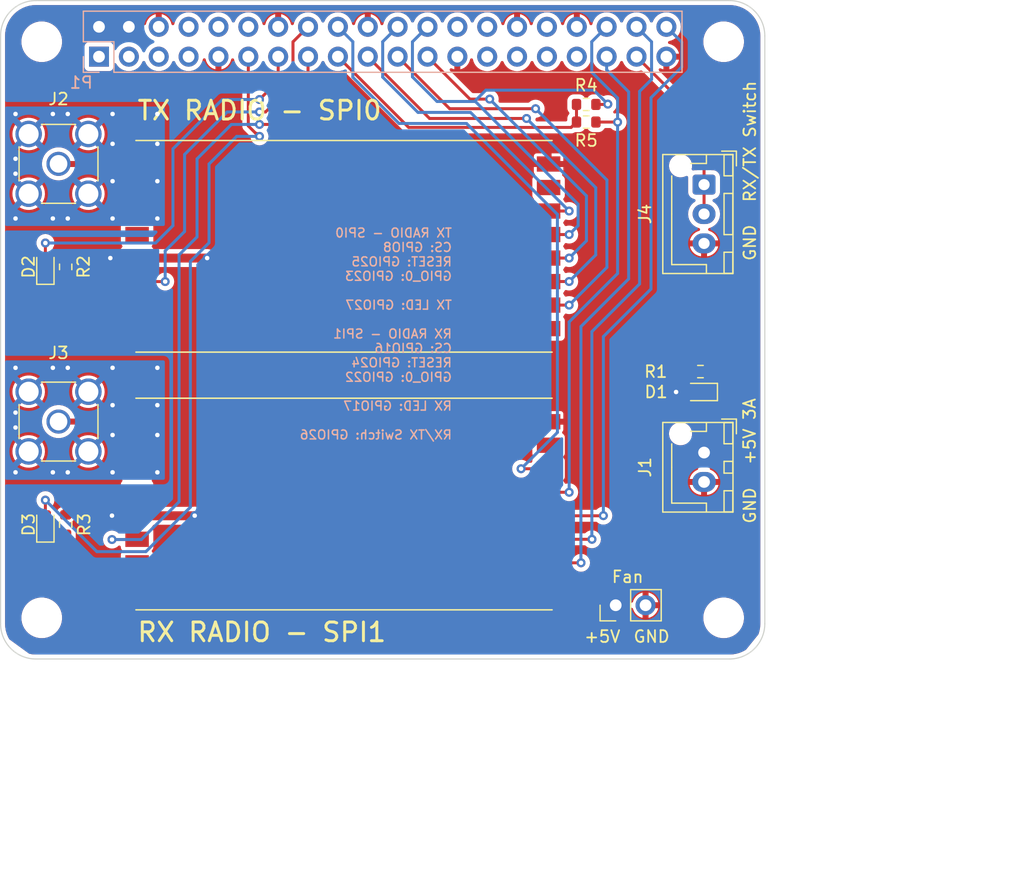
<source format=kicad_pcb>
(kicad_pcb (version 20211014) (generator pcbnew)
  (title_block (date "15 nov 2012"))
  (layers (0 "F.Cu" signal) (31 "B.Cu" signal) (34 "B.Paste" user) (35 "F.Paste" user) (36 "B.SilkS" user "B.Silkscreen") (37 "F.SilkS" user "F.Silkscreen") (38 "B.Mask" user) (39 "F.Mask" user) (44 "Edge.Cuts" user))
  (net 0 "")
  (net 1 "+5V")
  (net 2 "GND")
  (net 3 "/ID_SD")
  (net 4 "/ID_SC")
  (net 5 "/GPIO5")
  (net 6 "/GPIO6")
  (net 7 "/GPIO26")
  (net 8 "/GPIO2(SDA1)")
  (net 9 "/GPIO3(SCL1)")
  (net 10 "/GPIO4(GCLK)")
  (net 11 "/GPIO14(TXD0)")
  (net 12 "/GPIO15(RXD0)")
  (net 13 "/GPIO17(GEN0)")
  (net 14 "/GPIO27(GEN2)")
  (net 15 "/GPIO22(GEN3)")
  (net 16 "/GPIO23(GEN4)")
  (net 17 "/GPIO24(GEN5)")
  (net 18 "/GPIO25(GEN6)")
  (net 19 "/GPIO18(GEN1)(PWM0)")
  (net 20 "/GPIO10(SPI0_MOSI)")
  (net 21 "/GPIO9(SPI0_MISO)")
  (net 22 "/GPIO11(SPI0_SCK)")
  (net 23 "/GPIO8(SPI0_CE_N)")
  (net 24 "/GPIO7")
  (net 25 "/GPIO12(PWM0)")
  (net 26 "/GPIO13(PWM1)")
  (net 27 "/GPIO19(SPI1_MISO)")
  (net 28 "/GPIO16(SPI1_CE_N)")
  (net 29 "/GPIO20(SPI1_MOSI)")
  (net 30 "/GPIO21(SPI1_SCK)")
  (net 33 "+3V3")
  (net 34 "Net-(J2-Pad1)")
  (net 35 "Net-(J3-Pad1)")
  (net 47 "Net-(D1-Pad1)")
  (net 48 "Net-(D2-Pad1)")
  (net 49 "Net-(D3-Pad1)")
  (footprint "MountingHole:MountingHole_2.7mm_M2.5" (layer "F.Cu") (at 203.5 97.5 180)
    (fp_text reference "MK1")
    (fp_text value "M2.5")
    (pad "" np_thru_hole circle (at 0 0 180) (size 2.7 2.7) (drill 2.7) (layers *.Cu *.Mask))
  )
  (footprint "MountingHole:MountingHole_2.7mm_M2.5" (layer "F.Cu") (at 261.5 97.5 180)
    (fp_text reference "MK2")
    (fp_text value "M2.5")
    (pad "" np_thru_hole circle (at 0 0 180) (size 2.7 2.7) (drill 2.7) (layers *.Cu *.Mask))
  )
  (footprint "MountingHole:MountingHole_2.7mm_M2.5" (layer "F.Cu") (at 203.5 146.5)
    (fp_text reference "MK3")
    (fp_text value "M2.5")
    (pad "" np_thru_hole circle (at 0 0) (size 2.7 2.7) (drill 2.7) (layers *.Cu *.Mask))
  )
  (footprint "MountingHole:MountingHole_2.7mm_M2.5" (layer "F.Cu") (at 261.5 146.5)
    (fp_text reference "MK4")
    (fp_text value "M2.5")
    (pad "" np_thru_hole circle (at 0 0) (size 2.7 2.7) (drill 2.7) (layers *.Cu *.Mask))
  )
  (footprint "Resistor_SMD:R_0603_1608Metric" (layer "F.Cu") (at 249.809406 102.832205)
    (fp_text reference "R4" (at 0 -1.6256) (layer "F.SilkS"))
    (fp_text value "10K")
    (fp_line (start -0.237258 -0.5225) (end 0.237258 -0.5225) (layer "F.SilkS") (width 0.12))
    (fp_line (start -0.237258 0.5225) (end 0.237258 0.5225) (layer "F.SilkS") (width 0.12))
    (pad "1" smd roundrect (at -0.825 0) (size 0.8 0.95) (layers "F.Cu" "F.Paste" "F.Mask") (net 33 "+3V3"))
    (pad "2" smd roundrect (at 0.825 0) (size 0.8 0.95) (layers "F.Cu" "F.Paste" "F.Mask") (net 23 "/GPIO8(SPI0_CE_N)"))
  )
  (footprint "Resistor_SMD:R_0603_1608Metric" (layer "F.Cu") (at 249.809406 104.330805)
    (fp_text reference "R5" (at 0 1.5748) (layer "F.SilkS"))
    (fp_text value "10K")
    (fp_line (start -0.237258 -0.5225) (end 0.237258 -0.5225) (layer "F.SilkS") (width 0.12))
    (fp_line (start -0.237258 0.5225) (end 0.237258 0.5225) (layer "F.SilkS") (width 0.12))
    (pad "1" smd roundrect (at -0.825 0) (size 0.8 0.95) (layers "F.Cu" "F.Paste" "F.Mask") (net 33 "+3V3"))
    (pad "2" smd roundrect (at 0.825 0) (size 0.8 0.95) (layers "F.Cu" "F.Paste" "F.Mask") (net 28 "/GPIO16(SPI1_CE_N)"))
  )
  (footprint "Connector_Coaxial:SMA_Amphenol_132134-11_Vertical" (layer "F.Cu") (at 204.927606 107.886805)
    (fp_text reference "J2" (at 0 -5.5118) (layer "F.SilkS"))
    (fp_text value "Conn_Coaxial")
    (fp_line (start 3.355 -1.45) (end 3.355 1.45) (layer "F.SilkS") (width 0.12))
    (fp_line (start -3.355 -1.45) (end -3.355 1.45) (layer "F.SilkS") (width 0.12))
    (fp_line (start -1.45 3.355) (end 1.45 3.355) (layer "F.SilkS") (width 0.12))
    (fp_line (start -1.45 -3.355) (end 1.45 -3.355) (layer "F.SilkS") (width 0.12))
    (pad "1" thru_hole circle (at 0 0) (size 2.05 2.05) (drill 1.5) (layers *.Cu *.Mask) (net 34 "Net-(J2-Pad1)"))
    (pad "2" thru_hole circle (at 2.54 2.54) (size 2.25 2.25) (drill 1.7) (layers *.Cu *.Mask) (net 2 "GND"))
    (pad "2" thru_hole circle (at -2.54 -2.54) (size 2.25 2.25) (drill 1.7) (layers *.Cu *.Mask) (net 2 "GND"))
    (pad "2" thru_hole circle (at -2.54 2.54) (size 2.25 2.25) (drill 1.7) (layers *.Cu *.Mask) (net 2 "GND"))
    (pad "2" thru_hole circle (at 2.54 -2.54) (size 2.25 2.25) (drill 1.7) (layers *.Cu *.Mask) (net 2 "GND"))
  )
  (footprint "Connector_JST:JST_XH_B3B-XH-AM_1x03_P2.50mm_Vertical" (layer "F.Cu") (at 259.834126 109.65401 -90)
    (fp_text reference "J4" (at 2.5 5.02092 90) (layer "F.SilkS"))
    (fp_text value "Conn_01x03_Male")
    (fp_line (start -2.55 -1.7) (end -0.75 -1.7) (layer "F.SilkS") (width 0.12))
    (fp_line (start 5.75 -2.45) (end 5.75 -1.7) (layer "F.SilkS") (width 0.12))
    (fp_line (start 5.75 -1.7) (end 7.55 -1.7) (layer "F.SilkS") (width 0.12))
    (fp_line (start 4.25 -1.7) (end 4.25 -2.45) (layer "F.SilkS") (width 0.12))
    (fp_line (start -2.56 3.51) (end 7.56 3.51) (layer "F.SilkS") (width 0.12))
    (fp_line (start 7.55 -0.2) (end 6.8 -0.2) (layer "F.SilkS") (width 0.12))
    (fp_line (start -0.75 -2.45) (end -2.55 -2.45) (layer "F.SilkS") (width 0.12))
    (fp_line (start 2.5 2.75) (end -0.74 2.75) (layer "F.SilkS") (width 0.12))
    (fp_line (start 7.56 3.51) (end 7.56 -2.46) (layer "F.SilkS") (width 0.12))
    (fp_line (start 7.55 -2.45) (end 5.75 -2.45) (layer "F.SilkS") (width 0.12))
    (fp_line (start 0.75 -1.7) (end 4.25 -1.7) (layer "F.SilkS") (width 0.12))
    (fp_line (start -2.55 -0.2) (end -1.8 -0.2) (layer "F.SilkS") (width 0.12))
    (fp_line (start 0.75 -2.45) (end 0.75 -1.7) (layer "F.SilkS") (width 0.12))
    (fp_line (start -0.75 -1.7) (end -0.75 -2.45) (layer "F.SilkS") (width 0.12))
    (fp_line (start 6.8 -0.2) (end 6.8 2.75) (layer "F.SilkS") (width 0.12))
    (fp_line (start 7.56 -2.46) (end -2.56 -2.46) (layer "F.SilkS") (width 0.12))
    (fp_line (start -2.85 -2.75) (end -2.85 -1.5) (layer "F.SilkS") (width 0.12))
    (fp_line (start -2.56 -2.46) (end -2.56 3.51) (layer "F.SilkS") (width 0.12))
    (fp_line (start -1.8 -0.2) (end -1.8 1.14) (layer "F.SilkS") (width 0.12))
    (fp_line (start -2.55 -2.45) (end -2.55 -1.7) (layer "F.SilkS") (width 0.12))
    (fp_line (start -1.6 -2.75) (end -2.85 -2.75) (layer "F.SilkS") (width 0.12))
    (fp_line (start 7.55 -1.7) (end 7.55 -2.45) (layer "F.SilkS") (width 0.12))
    (fp_line (start 6.8 2.75) (end 2.5 2.75) (layer "F.SilkS") (width 0.12))
    (fp_line (start 4.25 -2.45) (end 0.75 -2.45) (layer "F.SilkS") (width 0.12))
    (pad "" np_thru_hole circle (at -1.6 2 270) (size 1.2 1.2) (drill 1.2) (layers *.Cu *.Mask))
    (pad "1" thru_hole roundrect (at 0 0 270) (size 1.7 1.95) (drill 0.95) (layers *.Cu *.Mask) (roundrect_rratio 0.147059) (net 7 "/GPIO26"))
    (pad "2" thru_hole oval (at 2.5 0 270) (size 1.7 1.95) (drill 0.95) (layers *.Cu *.Mask) (net 7 "/GPIO26"))
    (pad "3" thru_hole oval (at 5 0 270) (size 1.7 1.95) (drill 0.95) (layers *.Cu *.Mask) (net 2 "GND"))
  )
  (footprint "Resistor_SMD:R_0603_1608Metric" (layer "F.Cu") (at 205.537206 116.649805 90)
    (fp_text reference "R2" (at 0 1.524 90) (layer "F.SilkS"))
    (fp_text value "470")
    (fp_line (start -0.237258 0.5225) (end 0.237258 0.5225) (layer "F.SilkS") (width 0.12))
    (fp_line (start -0.237258 -0.5225) (end 0.237258 -0.5225) (layer "F.SilkS") (width 0.12))
    (pad "1" smd roundrect (at -0.825 0 90) (size 0.8 0.95) (layers "F.Cu" "F.Paste" "F.Mask") (net 48 "Net-(D2-Pad1)"))
    (pad "2" smd roundrect (at 0.825 0 90) (size 0.8 0.95) (layers "F.Cu" "F.Paste" "F.Mask") (net 2 "GND"))
  )
  (footprint "Resistor_SMD:R_0603_1608Metric" (layer "F.Cu") (at 205.537206 138.570005 90)
    (fp_text reference "R3" (at 0 1.5748 90) (layer "F.SilkS"))
    (fp_text value "470")
    (fp_line (start -0.237258 0.5225) (end 0.237258 0.5225) (layer "F.SilkS") (width 0.12))
    (fp_line (start -0.237258 -0.5225) (end 0.237258 -0.5225) (layer "F.SilkS") (width 0.12))
    (pad "1" smd roundrect (at -0.825 0 90) (size 0.8 0.95) (layers "F.Cu" "F.Paste" "F.Mask") (net 49 "Net-(D3-Pad1)"))
    (pad "2" smd roundrect (at 0.825 0 90) (size 0.8 0.95) (layers "F.Cu" "F.Paste" "F.Mask") (net 2 "GND"))
  )
  (footprint "Connector_JST:JST_XH_B2B-XH-AM_1x02_P2.50mm_Vertical" (layer "F.Cu") (at 259.834126 132.443195 -90)
    (fp_text reference "J1" (at 1.25001 5.02092 90) (layer "F.SilkS"))
    (fp_text value "Conn_01x02_Male")
    (fp_line (start -2.56 -2.46) (end -2.56 3.51) (layer "F.SilkS") (width 0.12))
    (fp_line (start 3.25 -1.7) (end 5.05 -1.7) (layer "F.SilkS") (width 0.12))
    (fp_line (start 4.3 -0.2) (end 4.3 2.75) (layer "F.SilkS") (width 0.12))
    (fp_line (start 5.06 3.51) (end 5.06 -2.46) (layer "F.SilkS") (width 0.12))
    (fp_line (start -2.55 -2.45) (end -2.55 -1.7) (layer "F.SilkS") (width 0.12))
    (fp_line (start 5.05 -2.45) (end 3.25 -2.45) (layer "F.SilkS") (width 0.12))
    (fp_line (start 0.75 -2.45) (end 0.75 -1.7) (layer "F.SilkS") (width 0.12))
    (fp_line (start 1.25 2.75) (end -0.74 2.75) (layer "F.SilkS") (width 0.12))
    (fp_line (start 0.75 -1.7) (end 1.75 -1.7) (layer "F.SilkS") (width 0.12))
    (fp_line (start 4.3 2.75) (end 1.25 2.75) (layer "F.SilkS") (width 0.12))
    (fp_line (start -2.85 -2.75) (end -2.85 -1.5) (layer "F.SilkS") (width 0.12))
    (fp_line (start -0.75 -1.7) (end -0.75 -2.45) (layer "F.SilkS") (width 0.12))
    (fp_line (start -2.55 -0.2) (end -1.8 -0.2) (layer "F.SilkS") (width 0.12))
    (fp_line (start -1.6 -2.75) (end -2.85 -2.75) (layer "F.SilkS") (width 0.12))
    (fp_line (start 5.05 -1.7) (end 5.05 -2.45) (layer "F.SilkS") (width 0.12))
    (fp_line (start -2.56 3.51) (end 5.06 3.51) (layer "F.SilkS") (width 0.12))
    (fp_line (start 5.05 -0.2) (end 4.3 -0.2) (layer "F.SilkS") (width 0.12))
    (fp_line (start -2.55 -1.7) (end -0.75 -1.7) (layer "F.SilkS") (width 0.12))
    (fp_line (start 3.25 -2.45) (end 3.25 -1.7) (layer "F.SilkS") (width 0.12))
    (fp_line (start -1.8 -0.2) (end -1.8 1.14) (layer "F.SilkS") (width 0.12))
    (fp_line (start 1.75 -2.45) (end 0.75 -2.45) (layer "F.SilkS") (width 0.12))
    (fp_line (start -0.75 -2.45) (end -2.55 -2.45) (layer "F.SilkS") (width 0.12))
    (fp_line (start 5.06 -2.46) (end -2.56 -2.46) (layer "F.SilkS") (width 0.12))
    (fp_line (start 1.75 -1.7) (end 1.75 -2.45) (layer "F.SilkS") (width 0.12))
    (pad "" np_thru_hole circle (at -1.6 2 270) (size 1.2 1.2) (drill 1.2) (layers *.Cu *.Mask))
    (pad "1" thru_hole roundrect (at 0 0 270) (size 1.7 2) (drill 1) (layers *.Cu *.Mask) (roundrect_rratio 0.147059) (net 1 "+5V"))
    (pad "2" thru_hole oval (at 2.5 0 270) (size 1.7 2) (drill 1) (layers *.Cu *.Mask) (net 2 "GND"))
  )
  (footprint "LED_SMD:LED_0603_1608Metric" (layer "F.Cu") (at 203.810006 116.649805 90)
    (fp_text reference "D2" (at 0 -1.43 90) (layer "F.SilkS"))
    (fp_text value "GREEN")
    (fp_line (start -1.485 -0.735) (end -1.485 0.735) (layer "F.SilkS") (width 0.12))
    (fp_line (start 0.8 -0.735) (end -1.485 -0.735) (layer "F.SilkS") (width 0.12))
    (fp_line (start -1.485 0.735) (end 0.8 0.735) (layer "F.SilkS") (width 0.12))
    (pad "1" smd roundrect (at -0.7875 0 90) (size 0.875 0.95) (layers "F.Cu" "F.Paste" "F.Mask") (net 48 "Net-(D2-Pad1)"))
    (pad "2" smd roundrect (at 0.7875 0 90) (size 0.875 0.95) (layers "F.Cu" "F.Paste" "F.Mask") (net 14 "/GPIO27(GEN2)"))
  )
  (footprint "mainboard:RFM95PW" (layer "F.Cu") (at 229.210006 137.319995 180)
    (fp_text reference "U2" hide)
    (fp_text value "RFM98PW-symbols" hide)
    (fp_text user "RX RADIO - SPI1" (at 17.69999 -11.33381) (layer "F.SilkS") (effects (font (size 1.59258 1.59258) (thickness 0.25146)) (justify left bottom)))
    (fp_line (start -17.7 9.5) (end 17.7 9.5) (layer "F.SilkS") (width 0.127))
    (fp_line (start -17.7 -8.5) (end 17.7 -8.5) (layer "F.SilkS") (width 0.127))
    (pad "1" smd rect (at 17.6 7.5 180) (size 2 1.3) (layers "F.Cu" "F.Paste" "F.Mask") (net 35 "Net-(J3-Pad1)"))
    (pad "2" smd rect (at 17.6 5.5 180) (size 2 1.3) (layers "F.Cu" "F.Paste" "F.Mask") (net 2 "GND"))
    (pad "3" smd rect (at 17.6 3.5 180) (size 2 1.3) (layers "F.Cu" "F.Paste" "F.Mask"))
    (pad "4" smd rect (at 17.6 1.5 180) (size 2 1.3) (layers "F.Cu" "F.Paste" "F.Mask"))
    (pad "5" smd rect (at 17.6 -0.5 180) (size 2 1.3) (layers "F.Cu" "F.Paste" "F.Mask") (net 1 "+5V"))
    (pad "6" smd rect (at 17.6 -2.5 180) (size 2 1.3) (layers "F.Cu" "F.Paste" "F.Mask") (net 15 "/GPIO22(GEN3)"))
    (pad "7" smd rect (at 17.6 -4.5 180) (size 2 1.3) (layers "F.Cu" "F.Paste" "F.Mask"))
    (pad "8" smd rect (at 17.6 -6.5 180) (size 2 1.3) (layers "F.Cu" "F.Paste" "F.Mask"))
    (pad "9" smd rect (at -17.4 -6.5 180) (size 2 1.3) (layers "F.Cu" "F.Paste" "F.Mask"))
    (pad "10" smd rect (at -17.4 -4.5 180) (size 2 1.3) (layers "F.Cu" "F.Paste" "F.Mask") (net 27 "/GPIO19(SPI1_MISO)"))
    (pad "11" smd rect (at -17.4 -2.5 180) (size 2 1.3) (layers "F.Cu" "F.Paste" "F.Mask") (net 29 "/GPIO20(SPI1_MOSI)"))
    (pad "12" smd rect (at -17.4 -0.5 180) (size 2 1.3) (layers "F.Cu" "F.Paste" "F.Mask") (net 30 "/GPIO21(SPI1_SCK)"))
    (pad "13" smd rect (at -17.4 1.5 180) (size 2 1.3) (layers "F.Cu" "F.Paste" "F.Mask") (net 28 "/GPIO16(SPI1_CE_N)"))
    (pad "14" smd rect (at -17.4 3.5 180) (size 2 1.3) (layers "F.Cu" "F.Paste" "F.Mask") (net 17 "/GPIO24(GEN5)"))
    (pad "15" smd rect (at -17.4 5.5 180) (size 2 1.3) (layers "F.Cu" "F.Paste" "F.Mask"))
    (pad "16" smd rect (at -17.4 7.5 180) (size 2 1.3) (layers "F.Cu" "F.Paste" "F.Mask") (net 2 "GND"))
    (pad "17" smd rect (at 3.15 -1.25 180) (size 12.5 5.7) (layers "F.Cu" "F.Mask") (net 2 "GND"))
  )
  (footprint "Resistor_SMD:R_0603_1608Metric" (layer "F.Cu") (at 259.526806 125.555205 180)
    (fp_text reference "R1" (at 3.7992 -0.01) (layer "F.SilkS"))
    (fp_text value "330")
    (fp_line (start -0.237258 0.5225) (end 0.237258 0.5225) (layer "F.SilkS") (width 0.12))
    (fp_line (start -0.237258 -0.5225) (end 0.237258 -0.5225) (layer "F.SilkS") (width 0.12))
    (pad "1" smd roundrect (at -0.825 0 180) (size 0.8 0.95) (layers "F.Cu" "F.Paste" "F.Mask") (net 47 "Net-(D1-Pad1)"))
    (pad "2" smd roundrect (at 0.825 0 180) (size 0.8 0.95) (layers "F.Cu" "F.Paste" "F.Mask") (net 2 "GND"))
  )
  (footprint "Connector_PinHeader_2.54mm:PinHeader_1x02_P2.54mm_Vertical" (layer "F.Cu") (at 252.319006 145.428005 90)
    (fp_text reference "Fan" (at 2.413 1.016 180) (layer "F.SilkS"))
    (fp_text value "Conn_01x02_Male")
    (fp_line (start -1.33 0) (end -1.33 -1.33) (layer "F.SilkS") (width 0.12))
    (fp_line (start -1.33 -1.33) (end 0 -1.33) (layer "F.SilkS") (width 0.12))
    (fp_line (start -1.33 1.27) (end -1.33 3.87) (layer "F.SilkS") (width 0.12))
    (fp_line (start 1.33 1.27) (end 1.33 3.87) (layer "F.SilkS") (width 0.12))
    (fp_line (start -1.33 1.27) (end 1.33 1.27) (layer "F.SilkS") (width 0.12))
    (fp_line (start -1.33 3.87) (end 1.33 3.87) (layer "F.SilkS") (width 0.12))
    (pad "1" thru_hole rect (at 0 0 90) (size 1.7 1.7) (drill 1) (layers *.Cu *.Mask) (net 1 "+5V"))
    (pad "2" thru_hole oval (at 0 2.54 90) (size 1.7 1.7) (drill 1) (layers *.Cu *.Mask) (net 2 "GND"))
  )
  (footprint "Connector_Coaxial:SMA_Amphenol_132134-11_Vertical" (layer "F.Cu") (at 204.927606 129.807005)
    (fp_text reference "J3" (at 0 -5.842) (layer "F.SilkS"))
    (fp_text value "Conn_Coaxial")
    (fp_line (start -1.45 3.355) (end 1.45 3.355) (layer "F.SilkS") (width 0.12))
    (fp_line (start -3.355 -1.45) (end -3.355 1.45) (layer "F.SilkS") (width 0.12))
    (fp_line (start -1.45 -3.355) (end 1.45 -3.355) (layer "F.SilkS") (width 0.12))
    (fp_line (start 3.355 -1.45) (end 3.355 1.45) (layer "F.SilkS") (width 0.12))
    (pad "1" thru_hole circle (at 0 0) (size 2.05 2.05) (drill 1.5) (layers *.Cu *.Mask) (net 35 "Net-(J3-Pad1)"))
    (pad "2" thru_hole circle (at -2.54 2.54) (size 2.25 2.25) (drill 1.7) (layers *.Cu *.Mask) (net 2 "GND"))
    (pad "2" thru_hole circle (at 2.54 -2.54) (size 2.25 2.25) (drill 1.7) (layers *.Cu *.Mask) (net 2 "GND"))
    (pad "2" thru_hole circle (at 2.54 2.54) (size 2.25 2.25) (drill 1.7) (layers *.Cu *.Mask) (net 2 "GND"))
    (pad "2" thru_hole circle (at -2.54 -2.54) (size 2.25 2.25) (drill 1.7) (layers *.Cu *.Mask) (net 2 "GND"))
  )
  (footprint "LED_SMD:LED_0603_1608Metric" (layer "F.Cu") (at 203.810006 138.570005 90)
    (fp_text reference "D3" (at 0 -1.43 90) (layer "F.SilkS"))
    (fp_text value "GREEN")
    (fp_line (start -1.485 0.735) (end 0.8 0.735) (layer "F.SilkS") (width 0.12))
    (fp_line (start 0.8 -0.735) (end -1.485 -0.735) (layer "F.SilkS") (width 0.12))
    (fp_line (start -1.485 -0.735) (end -1.485 0.735) (layer "F.SilkS") (width 0.12))
    (pad "1" smd roundrect (at -0.7875 0 90) (size 0.875 0.95) (layers "F.Cu" "F.Paste" "F.Mask") (net 49 "Net-(D3-Pad1)"))
    (pad "2" smd roundrect (at 0.7875 0 90) (size 0.875 0.95) (layers "F.Cu" "F.Paste" "F.Mask") (net 13 "/GPIO17(GEN0)"))
  )
  (footprint "mainboard:RFM95PW" (layer "F.Cu") (at 229.210006 115.399998 180)
    (fp_text reference "U1" hide)
    (fp_text value "RFM98PW-symbols" hide)
    (fp_text user "TX RADIO - SPI0" (at 17.69999 11.119993) (layer "F.SilkS") (effects (font (size 1.59258 1.59258) (thickness 0.25146)) (justify left bottom)))
    (fp_line (start -17.7 -8.5) (end 17.7 -8.5) (layer "F.SilkS") (width 0.127))
    (fp_line (start -17.7 9.5) (end 17.7 9.5) (layer "F.SilkS") (width 0.127))
    (pad "1" smd rect (at 17.6 7.5 180) (size 2 1.3) (layers "F.Cu" "F.Paste" "F.Mask") (net 34 "Net-(J2-Pad1)"))
    (pad "2" smd rect (at 17.6 5.5 180) (size 2 1.3) (layers "F.Cu" "F.Paste" "F.Mask") (net 2 "GND"))
    (pad "3" smd rect (at 17.6 3.5 180) (size 2 1.3) (layers "F.Cu" "F.Paste" "F.Mask"))
    (pad "4" smd rect (at 17.6 1.5 180) (size 2 1.3) (layers "F.Cu" "F.Paste" "F.Mask"))
    (pad "5" smd rect (at 17.6 -0.5 180) (size 2 1.3) (layers "F.Cu" "F.Paste" "F.Mask") (net 1 "+5V"))
    (pad "6" smd rect (at 17.6 -2.5 180) (size 2 1.3) (layers "F.Cu" "F.Paste" "F.Mask") (net 16 "/GPIO23(GEN4)"))
    (pad "7" smd rect (at 17.6 -4.5 180) (size 2 1.3) (layers "F.Cu" "F.Paste" "F.Mask"))
    (pad "8" smd rect (at 17.6 -6.5 180) (size 2 1.3) (layers "F.Cu" "F.Paste" "F.Mask"))
    (pad "9" smd rect (at -17.4 -6.5 180) (size 2 1.3) (layers "F.Cu" "F.Paste" "F.Mask"))
    (pad "10" smd rect (at -17.4 -4.5 180) (size 2 1.3) (layers "F.Cu" "F.Paste" "F.Mask") (net 21 "/GPIO9(SPI0_MISO)"))
    (pad "11" smd rect (at -17.4 -2.5 180) (size 2 1.3) (layers "F.Cu" "F.Paste" "F.Mask") (net 20 "/GPIO10(SPI0_MOSI)"))
    (pad "12" smd rect (at -17.4 -0.5 180) (size 2 1.3) (layers "F.Cu" "F.Paste" "F.Mask") (net 22 "/GPIO11(SPI0_SCK)"))
    (pad "13" smd rect (at -17.4 1.5 180) (size 2 1.3) (layers "F.Cu" "F.Paste" "F.Mask") (net 23 "/GPIO8(SPI0_CE_N)"))
    (pad "14" smd rect (at -17.4 3.5 180) (size 2 1.3) (layers "F.Cu" "F.Paste" "F.Mask") (net 18 "/GPIO25(GEN6)"))
    (pad "15" smd rect (at -17.4 5.5 180) (size 2 1.3) (layers "F.Cu" "F.Paste" "F.Mask"))
    (pad "16" smd rect (at -17.4 7.5 180) (size 2 1.3) (layers "F.Cu" "F.Paste" "F.Mask") (net 2 "GND"))
    (pad "17" smd rect (at 3.15 -1.25 180) (size 12.5 5.7) (layers "F.Cu" "F.Mask") (net 2 "GND"))
  )
  (footprint "LED_SMD:LED_0603_1608Metric" (layer "F.Cu") (at 259.486806 127.292405 180)
    (fp_text reference "D1" (at 3.7338 0) (layer "F.SilkS"))
    (fp_text value "RED")
    (fp_line (start -1.485 -0.735) (end -1.485 0.735) (layer "F.SilkS") (width 0.12))
    (fp_line (start -1.485 0.735) (end 0.8 0.735) (layer "F.SilkS") (width 0.12))
    (fp_line (start 0.8 -0.735) (end -1.485 -0.735) (layer "F.SilkS") (width 0.12))
    (pad "1" smd roundrect (at -0.7875 0 180) (size 0.875 0.95) (layers "F.Cu" "F.Paste" "F.Mask") (net 47 "Net-(D1-Pad1)"))
    (pad "2" smd roundrect (at 0.7875 0 180) (size 0.875 0.95) (layers "F.Cu" "F.Paste" "F.Mask") (net 1 "+5V"))
  )
  (footprint "Connector_PinSocket_2.54mm:PinSocket_2x20_P2.54mm_Vertical" (layer "B.Cu") (at 208.37 98.77 -90)
    (fp_text reference "P1" (at 2.208 1.512) (layer "B.SilkS") (effects (justify mirror)))
    (fp_text value "Conn_02x20_Odd_Even")
    (fp_line (start 1.33 1.33) (end 1.33 0) (layer "B.SilkS") (width 0.12))
    (fp_line (start -3.87 1.33) (end -1.27 1.33) (layer "B.SilkS") (width 0.12))
    (fp_line (start -3.87 -49.59) (end 1.33 -49.59) (layer "B.SilkS") (width 0.12))
    (fp_line (start 0 1.33) (end 1.33 1.33) (layer "B.SilkS") (width 0.12))
    (fp_line (start -1.27 -1.27) (end 1.33 -1.27) (layer "B.SilkS") (width 0.12))
    (fp_line (start -1.27 1.33) (end -1.27 -1.27) (layer "B.SilkS") (width 0.12))
    (fp_line (start -3.87 1.33) (end -3.87 -49.59) (layer "B.SilkS") (width 0.12))
    (fp_line (start 1.33 -1.27) (end 1.33 -49.59) (layer "B.SilkS") (width 0.12))
    (pad "1" thru_hole rect (at 0 0 270) (size 1.7 1.7) (drill 1) (layers *.Cu *.Mask))
    (pad "2" thru_hole oval (at -2.54 0 270) (size 1.7 1.7) (drill 1) (layers *.Cu *.Mask) (net 1 "+5V"))
    (pad "3" thru_hole oval (at 0 -2.54 270) (size 1.7 1.7) (drill 1) (layers *.Cu *.Mask) (net 8 "/GPIO2(SDA1)"))
    (pad "4" thru_hole oval (at -2.54 -2.54 270) (size 1.7 1.7) (drill 1) (layers *.Cu *.Mask) (net 1 "+5V"))
    (pad "5" thru_hole oval (at 0 -5.08 270) (size 1.7 1.7) (drill 1) (layers *.Cu *.Mask) (net 9 "/GPIO3(SCL1)"))
    (pad "6" thru_hole oval (at -2.54 -5.08 270) (size 1.7 1.7) (drill 1) (layers *.Cu *.Mask) (net 2 "GND"))
    (pad "7" thru_hole oval (at 0 -7.62 270) (size 1.7 1.7) (drill 1) (layers *.Cu *.Mask) (net 10 "/GPIO4(GCLK)"))
    (pad "8" thru_hole oval (at -2.54 -7.62 270) (size 1.7 1.7) (drill 1) (layers *.Cu *.Mask) (net 11 "/GPIO14(TXD0)"))
    (pad "9" thru_hole oval (at 0 -10.16 270) (size 1.7 1.7) (drill 1) (layers *.Cu *.Mask) (net 2 "GND"))
    (pad "10" thru_hole oval (at -2.54 -10.16 270) (size 1.7 1.7) (drill 1) (layers *.Cu *.Mask) (net 12 "/GPIO15(RXD0)"))
    (pad "11" thru_hole oval (at 0 -12.7 270) (size 1.7 1.7) (drill 1) (layers *.Cu *.Mask) (net 13 "/GPIO17(GEN0)"))
    (pad "12" thru_hole oval (at -2.54 -12.7 270) (size 1.7 1.7) (drill 1) (layers *.Cu *.Mask) (net 19 "/GPIO18(GEN1)(PWM0)"))
    (pad "13" thru_hole oval (at 0 -15.24 270) (size 1.7 1.7) (drill 1) (layers *.Cu *.Mask) (net 14 "/GPIO27(GEN2)"))
    (pad "14" thru_hole oval (at -2.54 -15.24 270) (size 1.7 1.7) (drill 1) (layers *.Cu *.Mask) (net 2 "GND"))
    (pad "15" thru_hole oval (at 0 -17.78 270) (size 1.7 1.7) (drill 1) (layers *.Cu *.Mask) (net 15 "/GPIO22(GEN3)"))
    (pad "16" thru_hole oval (at -2.54 -17.78 270) (size 1.7 1.7) (drill 1) (layers *.Cu *.Mask) (net 16 "/GPIO23(GEN4)"))
    (pad "17" thru_hole oval (at 0 -20.32 270) (size 1.7 1.7) (drill 1) (layers *.Cu *.Mask) (net 33 "+3V3"))
    (pad "18" thru_hole oval (at -2.54 -20.32 270) (size 1.7 1.7) (drill 1) (layers *.Cu *.Mask) (net 17 "/GPIO24(GEN5)"))
    (pad "19" thru_hole oval (at 0 -22.86 270) (size 1.7 1.7) (drill 1) (layers *.Cu *.Mask) (net 20 "/GPIO10(SPI0_MOSI)"))
    (pad "20" thru_hole oval (at -2.54 -22.86 270) (size 1.7 1.7) (drill 1) (layers *.Cu *.Mask) (net 2 "GND"))
    (pad "21" thru_hole oval (at 0 -25.4 270) (size 1.7 1.7) (drill 1) (layers *.Cu *.Mask) (net 21 "/GPIO9(SPI0_MISO)"))
    (pad "22" thru_hole oval (at -2.54 -25.4 270) (size 1.7 1.7) (drill 1) (layers *.Cu *.Mask) (net 18 "/GPIO25(GEN6)"))
    (pad "23" thru_hole oval (at 0 -27.94 270) (size 1.7 1.7) (drill 1) (layers *.Cu *.Mask) (net 22 "/GPIO11(SPI0_SCK)"))
    (pad "24" thru_hole oval (at -2.54 -27.94 270) (size 1.7 1.7) (drill 1) (layers *.Cu *.Mask) (net 23 "/GPIO8(SPI0_CE_N)"))
    (pad "25" thru_hole oval (at 0 -30.48 270) (size 1.7 1.7) (drill 1) (layers *.Cu *.Mask) (net 2 "GND"))
    (pad "26" thru_hole oval (at -2.54 -30.48 270) (size 1.7 1.7) (drill 1) (layers *.Cu *.Mask) (net 24 "/GPIO7"))
    (pad "27" thru_hole oval (at 0 -33.02 270) (size 1.7 1.7) (drill 1) (layers *.Cu *.Mask) (net 3 "/ID_SD"))
    (pad "28" thru_hole oval (at -2.54 -33.02 270) (size 1.7 1.7) (drill 1) (layers *.Cu *.Mask) (net 4 "/ID_SC"))
    (pad "29" thru_hole oval (at 0 -35.56 270) (size 1.7 1.7) (drill 1) (layers *.Cu *.Mask) (net 5 "/GPIO5"))
    (pad "30" thru_hole oval (at -2.54 -35.56 270) (size 1.7 1.7) (drill 1) (layers *.Cu *.Mask) (net 2 "GND"))
    (pad "31" thru_hole oval (at 0 -38.1 270) (size 1.7 1.7) (drill 1) (layers *.Cu *.Mask) (net 6 "/GPIO6"))
    (pad "32" thru_hole oval (at -2.54 -38.1 270) (size 1.7 1.7) (drill 1) (layers *.Cu *.Mask) (net 25 "/GPIO12(PWM0)"))
    (pad "33" thru_hole oval (at 0 -40.64 270) (size 1.7 1.7) (drill 1) (layers *.Cu *.Mask) (net 26 "/GPIO13(PWM1)"))
    (pad "34" thru_hole oval (at -2.54 -40.64 270) (size 1.7 1.7) (drill 1) (layers *.Cu *.Mask) (net 2 "GND"))
    (pad "35" thru_hole oval (at 0 -43.18 270) (size 1.7 1.7) (drill 1) (layers *.Cu *.Mask) (net 27 "/GPIO19(SPI1_MISO)"))
    (pad "36" thru_hole oval (at -2.54 -43.18 270) (size 1.7 1.7) (drill 1) (layers *.Cu *.Mask) (net 28 "/GPIO16(SPI1_CE_N)"))
    (pad "37" thru_hole oval (at 0 -45.72 270) (size 1.7 1.7) (drill 1) (layers *.Cu *.Mask) (net 7 "/GPIO26"))
    (pad "38" thru_hole oval (at -2.54 -45.72 270) (size 1.7 1.7) (drill 1) (layers *.Cu *.Mask) (net 29 "/GPIO20(SPI1_MOSI)"))
    (pad "39" thru_hole oval (at 0 -48.26 270) (size 1.7 1.7) (drill 1) (layers *.Cu *.Mask) (net 2 "GND"))
    (pad "40" thru_hole oval (at -2.54 -48.26 270) (size 1.7 1.7) (drill 1) (layers *.Cu *.Mask) (net 30 "/GPIO21(SPI1_SCK)"))
  )
  (gr_arc (start 262 94) (mid 264.12132 94.87868) (end 265 97) (layer "Edge.Cuts") (width 0.1))
  (gr_line (start 262 94) (end 203 94) (layer "Edge.Cuts") (width 0.1))
  (gr_line (start 203 150) (end 262 150) (layer "Edge.Cuts") (width 0.1))
  (gr_arc (start 200 97) (mid 200.87868 94.87868) (end 203 94) (layer "Edge.Cuts") (width 0.1))
  (gr_arc (start 203 150) (mid 200.87868 149.12132) (end 200 147) (layer "Edge.Cuts") (width 0.1))
  (gr_arc (start 265 147) (mid 264.12132 149.12132) (end 262 150) (layer "Edge.Cuts") (width 0.1))
  (gr_line (start 265 147) (end 265 97) (layer "Edge.Cuts") (width 0.1))
  (gr_line (start 200 97) (end 200 147) (layer "Edge.Cuts") (width 0.1))
  (gr_text "TX RADIO - SPI0\nCS: GPIO8\nRESET: GPIO25\nGPIO_0: GPIO23\n\nTX LED: GPIO27\n\nRX RADIO - SPI1\nCS: GPIO16\nRESET: GPIO24\nGPIO_0: GPIO22\n\nRX LED: GPIO17\n\nRX/TX Switch: GPIO26" (at 238.460006 122.350005) (layer "B.SilkS") (effects (font (size 0.762 0.762) (thickness 0.127)) (justify left mirror)))
  (gr_text "+5V\n" (at 251.181006 148.095005) (layer "F.SilkS") (effects (font (size 1 1) (thickness 0.1524))))
  (gr_text "GND" (at 263.728708 136.944405 90) (layer "F.SilkS") (effects (font (size 1 1) (thickness 0.1524))))
  (gr_text "+5V 3A" (at 263.703206 130.645205 90) (layer "F.SilkS") (effects (font (size 1 1) (thickness 0.1524))))
  (gr_text "RX/TX Switch" (at 263.728708 105.981805 90) (layer "F.SilkS") (effects (font (size 1 1) (thickness 0.1524))))
  (gr_text "GND" (at 263.728708 114.592405 90) (layer "F.SilkS") (effects (font (size 1 1) (thickness 0.1524))))
  (gr_text "GND" (at 255.372006 148.095005) (layer "F.SilkS") (effects (font (size 1 1) (thickness 0.1524))))
  (segment (start 209.486196 137.819995) (end 209.474206 137.808005) (width 0.254) (layer "F.Cu") (net 1))
  (segment (start 209.486195 137.819994) (end 216.498017 137.819994) (width 0.762) (layer "F.Cu") (net 1))
  (segment (start 217.570013 115.899998) (end 211.610006 115.899998) (width 0.762) (layer "F.Cu") (net 1))
  (segment (start 216.498017 137.819994) (end 216.510006 137.808005) (width 0.762) (layer "F.Cu") (net 1))
  (segment (start 258.699254 127.292405) (end 257.454908 127.292405) (width 0.254) (layer "F.Cu") (net 1))
  (segment (start 209.333999 115.899998) (end 211.610006 115.899998) (width 0.762) (layer "F.Cu") (net 1))
  (via (at 257.454806 127.292405) (size 0.762) (drill 0.381) (layers "F.Cu" "B.Cu") (net 1))
  (via (at 209.474206 137.808005) (size 0.762) (drill 0.381) (layers "F.Cu" "B.Cu") (net 1))
  (via (at 209.333999 115.899998) (size 0.762) (drill 0.381) (layers "F.Cu" "B.Cu") (net 1))
  (via (at 217.570013 115.899998) (size 0.762) (drill 0.381) (layers "F.Cu" "B.Cu") (net 1))
  (via (at 216.510006 137.808005) (size 0.762) (drill 0.381) (layers "F.Cu" "B.Cu") (net 1))
  (via (at 205.715006 103.645005) (size 0.762) (drill 0.381) (layers "F.Cu" "B.Cu") (net 2))
  (via (at 213.335006 112.535005) (size 0.762) (drill 0.381) (layers "F.Cu" "B.Cu") (net 2))
  (via (at 201.270006 129.045005) (size 0.762) (drill 0.381) (layers "F.Cu" "B.Cu") (net 2))
  (via (at 213.335006 109.360005) (size 0.762) (drill 0.381) (layers "F.Cu" "B.Cu") (net 2))
  (via (at 201.270006 125.235005) (size 0.762) (drill 0.381) (layers "F.Cu" "B.Cu") (net 2))
  (via (at 209.525006 112.535005) (size 0.762) (drill 0.381) (layers "F.Cu" "B.Cu") (net 2))
  (via (at 213.335006 125.235005) (size 0.762) (drill 0.381) (layers "F.Cu" "B.Cu") (net 2))
  (via (at 205.715006 125.235005) (size 0.762) (drill 0.381) (layers "F.Cu" "B.Cu") (net 2))
  (via (at 213.335006 134.125005) (size 0.762) (drill 0.381) (layers "F.Cu" "B.Cu") (net 2))
  (via (at 201.270006 112.535005) (size 0.762) (drill 0.381) (layers "F.Cu" "B.Cu") (net 2))
  (via (at 204.445006 125.235005) (size 0.762) (drill 0.381) (layers "F.Cu" "B.Cu") (net 2))
  (via (at 205.715006 112.535005) (size 0.762) (drill 0.381) (layers "F.Cu" "B.Cu") (net 2))
  (via (at 204.445006 134.125005) (size 0.762) (drill 0.381) (layers "F.Cu" "B.Cu") (net 2))
  (via (at 201.270006 103.645005) (size 0.762) (drill 0.381) (layers "F.Cu" "B.Cu") (net 2))
  (via (at 205.715006 134.125005) (size 0.762) (drill 0.381) (layers "F.Cu" "B.Cu") (net 2))
  (via (at 209.525006 125.235005) (size 0.762) (drill 0.381) (layers "F.Cu" "B.Cu") (net 2))
  (via (at 209.525006 128.410005) (size 0.762) (drill 0.381) (layers "F.Cu" "B.Cu") (net 2))
  (via (at 209.525006 109.360005) (size 0.762) (drill 0.381) (layers "F.Cu" "B.Cu") (net 2))
  (via (at 204.445006 103.645005) (size 0.762) (drill 0.381) (layers "F.Cu" "B.Cu") (net 2))
  (via (at 213.335006 103.645005) (size 0.762) (drill 0.381) (layers "F.Cu" "B.Cu") (net 2))
  (via (at 201.270006 108.725005) (size 0.762) (drill 0.381) (layers "F.Cu" "B.Cu") (net 2))
  (via (at 201.270006 107.455005) (size 0.762) (drill 0.381) (layers "F.Cu" "B.Cu") (net 2))
  (via (at 201.270006 130.315005) (size 0.762) (drill 0.381) (layers "F.Cu" "B.Cu") (net 2))
  (via (at 201.270006 134.125005) (size 0.762) (drill 0.381) (layers "F.Cu" "B.Cu") (net 2))
  (via (at 209.525006 103.645005) (size 0.762) (drill 0.381) (layers "F.Cu" "B.Cu") (net 2))
  (via (at 213.335006 128.410005) (size 0.762) (drill 0.381) (layers "F.Cu" "B.Cu") (net 2))
  (via (at 213.335006 106.185005) (size 0.762) (drill 0.381) (layers "F.Cu" "B.Cu") (net 2))
  (via (at 213.335006 130.950005) (size 0.762) (drill 0.381) (layers "F.Cu" "B.Cu") (net 2))
  (via (at 209.525006 106.185005) (size 0.762) (drill 0.381) (layers "F.Cu" "B.Cu") (net 2))
  (via (at 209.525006 134.125005) (size 0.762) (drill 0.381) (layers "F.Cu" "B.Cu") (net 2))
  (via (at 204.445006 112.535005) (size 0.762) (drill 0.381) (layers "F.Cu" "B.Cu") (net 2))
  (via (at 209.525006 130.950005) (size 0.762) (drill 0.381) (layers "F.Cu" "B.Cu") (net 2))
  (segment (start 259.834126 112.15401) (end 259.834126 109.65401) (width 0.254) (layer "F.Cu") (net 7))
  (segment (start 259.834126 104.514126) (end 254.09 98.77) (width 0.254) (layer "F.Cu") (net 7))
  (segment (start 259.834126 109.65401) (end 259.834126 104.514126) (width 0.254) (layer "F.Cu") (net 7))
  (segment (start 221.767814 105.295516) (end 221.706377 105.295516) (width 0.254) (layer "F.Cu") (net 13))
  (segment (start 203.810006 137.782505) (end 203.810006 136.487205) (width 0.254) (layer "F.Cu") (net 13))
  (segment (start 221.706377 105.295516) (end 221.07 104.659139) (width 0.254) (layer "F.Cu") (net 13))
  (segment (start 221.07 104.659139) (end 221.07 98.77) (width 0.254) (layer "F.Cu") (net 13))
  (segment (start 222.021806 105.549508) (end 221.767814 105.295516) (width 0.254) (layer "F.Cu") (net 13))
  (via (at 222.021806 105.549508) (size 0.762) (drill 0.381) (layers "F.Cu" "B.Cu") (net 13))
  (via (at 203.810006 136.487205) (size 0.762) (drill 0.381) (layers "F.Cu" "B.Cu") (net 13))
  (segment (start 220.080503 105.549508) (end 217.730006 107.900005) (width 0.254) (layer "B.Cu") (net 13))
  (segment (start 208.192806 140.870005) (end 203.810006 136.487205) (width 0.254) (layer "B.Cu") (net 13))
  (segment (start 217.730006 107.900005) (end 217.730006 114.600005) (width 0.254) (layer "B.Cu") (net 13))
  (segment (start 212.360006 140.870005) (end 208.192806 140.870005) (width 0.254) (layer "B.Cu") (net 13))
  (segment (start 222.021806 105.549508) (end 220.080503 105.549508) (width 0.254) (layer "B.Cu") (net 13))
  (segment (start 217.730006 114.600005) (end 216.140006 116.190005) (width 0.254) (layer "B.Cu") (net 13))
  (segment (start 216.140006 116.190005) (end 216.140006 137.090005) (width 0.254) (layer "B.Cu") (net 13))
  (segment (start 216.140006 137.090005) (end 212.360006 140.870005) (width 0.254) (layer "B.Cu") (net 13))
  (segment (start 222.021806 102.413662) (end 223.61 100.825468) (width 0.254) (layer "F.Cu") (net 14))
  (segment (start 203.810006 114.617805) (end 203.810006 115.862305) (width 0.254) (layer "F.Cu") (net 14))
  (segment (start 223.61 100.825468) (end 223.61 98.77) (width 0.254) (layer "F.Cu") (net 14))
  (via (at 203.810006 114.617805) (size 0.762) (drill 0.381) (layers "F.Cu" "B.Cu") (net 14))
  (via (at 222.021806 102.413662) (size 0.762) (drill 0.381) (layers "F.Cu" "B.Cu") (net 14))
  (segment (start 213.182606 114.617805) (end 203.810006 114.617805) (width 0.254) (layer "B.Cu") (net 14))
  (segment (start 222.063663 102.413662) (end 218.856349 102.413662) (width 0.254) (layer "B.Cu") (net 14))
  (segment (start 218.856349 102.413662) (end 214.660006 106.610005) (width 0.254) (layer "B.Cu") (net 14))
  (segment (start 214.660006 106.610005) (end 214.660006 113.140405) (width 0.254) (layer "B.Cu") (net 14))
  (segment (start 214.660006 113.140405) (end 213.182606 114.617805) (width 0.254) (layer "B.Cu") (net 14))
  (segment (start 226.15 101.490011) (end 223.106006 104.534005) (width 0.254) (layer "F.Cu") (net 15))
  (segment (start 226.15 98.77) (end 226.15 101.490011) (width 0.254) (layer "F.Cu") (net 15))
  (segment (start 223.106006 104.534005) (end 222.021806 104.534005) (width 0.254) (layer "F.Cu") (net 15))
  (segment (start 209.474206 139.840005) (end 211.589996 139.840005) (width 0.254) (layer "F.Cu") (net 15))
  (via (at 209.474206 139.840005) (size 0.762) (drill 0.381) (layers "F.Cu" "B.Cu") (net 15))
  (via (at 222.021806 104.534005) (size 0.762) (drill 0.381) (layers "F.Cu" "B.Cu") (net 15))
  (segment (start 216.710006 107.460005) (end 216.710006 114.100005) (width 0.254) (layer "B.Cu") (net 15))
  (segment (start 215.180006 136.630005) (end 211.970006 139.840005) (width 0.254) (layer "B.Cu") (net 15))
  (segment (start 222.021806 104.534005) (end 219.636006 104.534005) (width 0.254) (layer "B.Cu") (net 15))
  (segment (start 211.970006 139.840005) (end 209.474206 139.840005) (width 0.254) (layer "B.Cu") (net 15))
  (segment (start 216.710006 114.100005) (end 215.180006 115.630005) (width 0.254) (layer "B.Cu") (net 15))
  (segment (start 215.180006 115.630005) (end 215.180006 136.630005) (width 0.254) (layer "B.Cu") (net 15))
  (segment (start 219.636006 104.534005) (end 216.710006 107.460005) (width 0.254) (layer "B.Cu") (net 15))
  (segment (start 224.870006 97.509994) (end 226.15 96.23) (width 0.254) (layer "F.Cu") (net 16))
  (segment (start 214.000013 117.899998) (end 211.610006 117.899998) (width 0.254) (layer "F.Cu") (net 16))
  (segment (start 222.008293 103.470594) (end 222.539417 103.470594) (width 0.254) (layer "F.Cu") (net 16))
  (segment (start 224.870006 101.140005) (end 224.870006 97.509994) (width 0.254) (layer "F.Cu") (net 16))
  (segment (start 222.539417 103.470594) (end 224.870006 101.140005) (width 0.254) (layer "F.Cu") (net 16))
  (via (at 222.021806 103.470594) (size 0.762) (drill 0.381) (layers "F.Cu" "B.Cu") (net 16))
  (via (at 214.000013 117.899998) (size 0.762) (drill 0.381) (layers "F.Cu" "B.Cu") (net 16))
  (segment (start 214.000013 115.289998) (end 215.650006 113.640005) (width 0.254) (layer "B.Cu") (net 16))
  (segment (start 215.650006 107.090005) (end 219.269417 103.470594) (width 0.254) (layer "B.Cu") (net 16))
  (segment (start 219.269417 103.470594) (end 222.021806 103.470594) (width 0.254) (layer "B.Cu") (net 16))
  (segment (start 215.650006 113.640005) (end 215.650006 107.090005) (width 0.254) (layer "B.Cu") (net 16))
  (segment (start 214.000013 117.899998) (end 214.000013 115.289998) (width 0.254) (layer "B.Cu") (net 16))
  (segment (start 246.610006 133.819995) (end 244.272416 133.819995) (width 0.254) (layer "F.Cu") (net 17))
  (via (at 244.272416 133.819995) (size 0.762) (drill 0.381) (layers "F.Cu" "B.Cu") (net 17))
  (segment (start 233.890006 104.450005) (end 229.960006 100.520005) (width 0.254) (layer "B.Cu") (net 17))
  (segment (start 229.960006 100.520005) (end 229.960006 97.500006) (width 0.254) (layer "B.Cu") (net 17))
  (segment (start 244.272416 133.819995) (end 247.360006 130.732405) (width 0.254) (layer "B.Cu") (net 17))
  (segment (start 247.360006 112.180005) (end 239.630006 104.450005) (width 0.254) (layer "B.Cu") (net 17))
  (segment (start 229.960006 97.500006) (end 228.69 96.23) (width 0.254) (layer "B.Cu") (net 17))
  (segment (start 247.360006 130.732405) (end 247.360006 112.180005) (width 0.254) (layer "B.Cu") (net 17))
  (segment (start 239.630006 104.450005) (end 233.890006 104.450005) (width 0.254) (layer "B.Cu") (net 17))
  (segment (start 248.360006 111.900005) (end 248.359999 111.899998) (width 0.254) (layer "F.Cu") (net 18))
  (segment (start 248.359999 111.899998) (end 246.610006 111.899998) (width 0.254) (layer "F.Cu") (net 18))
  (via (at 248.360006 111.900005) (size 0.762) (drill 0.381) (layers "F.Cu" "B.Cu") (net 18))
  (segment (start 235.500006 103.510005) (end 232.500006 100.510005) (width 0.254) (layer "B.Cu") (net 18))
  (segment (start 248.360006 111.900005) (end 239.970006 103.510005) (width 0.254) (layer "B.Cu") (net 18))
  (segment (start 239.970006 103.510005) (end 235.500006 103.510005) (width 0.254) (layer "B.Cu") (net 18))
  (segment (start 232.500006 97.499994) (end 233.77 96.23) (width 0.254) (layer "B.Cu") (net 18))
  (segment (start 232.500006 100.510005) (end 232.500006 97.499994) (width 0.254) (layer "B.Cu") (net 18))
  (segment (start 244.736006 104.026005) (end 236.486005 104.026005) (width 0.254) (layer "F.Cu") (net 20))
  (segment (start 236.486005 104.026005) (end 231.23 98.77) (width 0.254) (layer "F.Cu") (net 20))
  (segment (start 248.360006 117.894405) (end 246.615599 117.894405) (width 0.254) (layer "F.Cu") (net 20))
  (via (at 244.736006 104.026005) (size 0.762) (drill 0.381) (layers "F.Cu" "B.Cu") (net 20))
  (via (at 248.360006 117.894405) (size 0.762) (drill 0.381) (layers "F.Cu" "B.Cu") (net 20))
  (segment (start 250.620006 109.910005) (end 250.620006 115.634405) (width 0.254) (layer "B.Cu") (net 20))
  (segment (start 250.620006 115.634405) (end 248.360006 117.894405) (width 0.254) (layer "B.Cu") (net 20))
  (segment (start 244.736006 104.026005) (end 250.620006 109.910005) (width 0.254) (layer "B.Cu") (net 20))
  (segment (start 248.358999 119.899998) (end 248.360006 119.901005) (width 0.254) (layer "F.Cu") (net 21))
  (segment (start 245.505506 103.195505) (end 238.195505 103.195505) (width 0.254) (layer "F.Cu") (net 21))
  (segment (start 246.610006 119.899998) (end 248.358999 119.899998) (width 0.254) (layer "F.Cu") (net 21))
  (segment (start 238.195505 103.195505) (end 233.77 98.77) (width 0.254) (layer "F.Cu") (net 21))
  (via (at 245.505506 103.195505) (size 0.762) (drill 0.381) (layers "F.Cu" "B.Cu") (net 21))
  (via (at 248.360006 119.901005) (size 0.762) (drill 0.381) (layers "F.Cu" "B.Cu") (net 21))
  (segment (start 251.570006 116.691005) (end 248.360006 119.901005) (width 0.254) (layer "B.Cu") (net 21))
  (segment (start 245.505506 103.195505) (end 251.570006 109.260005) (width 0.254) (layer "B.Cu") (net 21))
  (segment (start 251.570006 109.260005) (end 251.570006 116.691005) (width 0.254) (layer "B.Cu") (net 21))
  (segment (start 248.360006 115.899998) (end 246.610006 115.899998) (width 0.254) (layer "F.Cu") (net 22))
  (segment (start 241.600006 102.380005) (end 239.920005 102.380005) (width 0.254) (layer "F.Cu") (net 22))
  (segment (start 239.920005 102.380005) (end 236.31 98.77) (width 0.254) (layer "F.Cu") (net 22))
  (via (at 248.360006 115.899998) (size 0.762) (drill 0.381) (layers "F.Cu" "B.Cu") (net 22))
  (via (at 241.600006 102.380005) (size 0.762) (drill 0.381) (layers "F.Cu" "B.Cu") (net 22))
  (segment (start 249.830006 114.429998) (end 248.360006 115.899998) (width 0.254) (layer "B.Cu") (net 22))
  (segment (start 241.600006 102.380005) (end 249.830006 110.610005) (width 0.254) (layer "B.Cu") (net 22))
  (segment (start 249.830006 110.610005) (end 249.830006 114.429998) (width 0.254) (layer "B.Cu") (net 22))
  (segment (start 251.624106 102.832205) (end 251.649506 102.806805) (width 0.254) (layer "F.Cu") (net 23))
  (segment (start 248.360006 113.899998) (end 246.610006 113.899998) (width 0.254) (layer "F.Cu") (net 23))
  (segment (start 250.634406 102.832205) (end 251.624106 102.832205) (width 0.254) (layer "F.Cu") (net 23))
  (via (at 248.360006 113.899998) (size 0.762) (drill 0.381) (layers "F.Cu" "B.Cu") (net 23))
  (via (at 251.649506 102.806805) (size 0.762) (drill 0.381) (layers "F.Cu" "B.Cu") (net 23))
  (segment (start 251.649506 102.806805) (end 250.461195 101.618494) (width 0.254) (layer "B.Cu") (net 23))
  (segment (start 249.122006 111.322005) (end 240.380006 102.580005) (width 0.254) (layer "B.Cu") (net 23))
  (segment (start 250.461195 101.618494) (end 241.273117 101.618494) (width 0.254) (layer "B.Cu") (net 23))
  (segment (start 237.120006 102.580005) (end 235.030006 100.490005) (width 0.254) (layer "B.Cu") (net 23))
  (segment (start 248.360006 113.899998) (end 249.122006 113.137998) (width 0.254) (layer "B.Cu") (net 23))
  (segment (start 235.030006 100.490005) (end 235.030006 97.509994) (width 0.254) (layer "B.Cu") (net 23))
  (segment (start 241.273117 101.618494) (end 240.311606 102.580005) (width 0.254) (layer "B.Cu") (net 23))
  (segment (start 249.122006 113.137998) (end 249.122006 111.322005) (width 0.254) (layer "B.Cu") (net 23))
  (segment (start 240.380006 102.580005) (end 237.120006 102.580005) (width 0.254) (layer "B.Cu") (net 23))
  (segment (start 235.030006 97.509994) (end 236.31 96.23) (width 0.254) (layer "B.Cu") (net 23))
  (segment (start 249.369996 141.819995) (end 246.610006 141.819995) (width 0.254) (layer "F.Cu") (net 27))
  (via (at 249.369996 141.819995) (size 0.762) (drill 0.381) (layers "F.Cu" "B.Cu") (net 27))
  (segment (start 251.55 99.889999) (end 251.55 98.77) (width 0.254) (layer "B.Cu") (net 27))
  (segment (start 249.360006 141.810005) (end 249.360006 121.730005) (width 0.254) (layer "B.Cu") (net 27))
  (segment (start 253.420006 117.670005) (end 253.420006 101.760005) (width 0.254) (layer "B.Cu") (net 27))
  (segment (start 253.420006 101.760005) (end 251.55 99.889999) (width 0.254) (layer "B.Cu") (net 27))
  (segment (start 249.369996 141.819995) (end 249.360006 141.810005) (width 0.254) (layer "B.Cu") (net 27))
  (segment (start 249.360006 121.730005) (end 253.420006 117.670005) (width 0.254) (layer "B.Cu") (net 27))
  (segment (start 250.634406 104.330805) (end 252.476406 104.330805) (width 0.254) (layer "F.Cu") (net 28))
  (segment (start 248.359996 135.819995) (end 246.610006 135.819995) (width 0.254) (layer "F.Cu") (net 28))
  (segment (start 248.360006 135.820005) (end 248.359996 135.819995) (width 0.254) (layer "F.Cu") (net 28))
  (segment (start 252.476406 104.330805) (end 252.480006 104.334405) (width 0.254) (layer "F.Cu") (net 28))
  (via (at 252.480006 104.334405) (size 0.762) (drill 0.381) (layers "F.Cu" "B.Cu") (net 28))
  (via (at 248.360006 135.820005) (size 0.762) (drill 0.381) (layers "F.Cu" "B.Cu") (net 28))
  (segment (start 250.280006 97.499994) (end 251.55 96.23) (width 0.254) (layer "B.Cu") (net 28))
  (segment (start 252.480006 104.334405) (end 252.480006 102.290005) (width 0.254) (layer "B.Cu") (net 28))
  (segment (start 250.280006 100.090005) (end 250.280006 97.499994) (width 0.254) (layer "B.Cu") (net 28))
  (segment (start 252.480006 117.210005) (end 252.480006 104.334405) (width 0.254) (layer "B.Cu") (net 28))
  (segment (start 248.360006 135.820005) (end 248.360006 121.330005) (width 0.254) (layer "B.Cu") (net 28))
  (segment (start 248.360006 121.330005) (end 252.480006 117.210005) (width 0.254) (layer "B.Cu") (net 28))
  (segment (start 252.480006 102.290005) (end 250.280006 100.090005) (width 0.254) (layer "B.Cu") (net 28))
  (segment (start 250.299996 139.819995) (end 246.610006 139.819995) (width 0.254) (layer "F.Cu") (net 29))
  (via (at 250.299996 139.819995) (size 0.762) (drill 0.381) (layers "F.Cu" "B.Cu") (net 29))
  (segment (start 250.290006 122.160005) (end 254.350006 118.100005) (width 0.254) (layer "B.Cu") (net 29))
  (segment (start 254.350006 101.720005) (end 255.370006 100.700005) (width 0.254) (layer "B.Cu") (net 29))
  (segment (start 255.370006 100.700005) (end 255.370006 97.510006) (width 0.254) (layer "B.Cu") (net 29))
  (segment (start 254.350006 118.100005) (end 254.350006 101.720005) (width 0.254) (layer "B.Cu") (net 29))
  (segment (start 250.299996 139.819995) (end 250.290006 139.810005) (width 0.254) (layer "B.Cu") (net 29))
  (segment (start 255.370006 97.510006) (end 254.09 96.23) (width 0.254) (layer "B.Cu") (net 29))
  (segment (start 250.290006 139.810005) (end 250.290006 122.160005) (width 0.254) (layer "B.Cu") (net 29))
  (segment (start 251.270006 137.810005) (end 251.260016 137.819995) (width 0.254) (layer "F.Cu") (net 30))
  (segment (start 251.260016 137.819995) (end 246.610006 137.819995) (width 0.254) (layer "F.Cu") (net 30))
  (via (at 251.270006 137.810005) (size 0.762) (drill 0.381) (layers "F.Cu" "B.Cu") (net 30))
  (segment (start 257.940006 97.540006) (end 256.63 96.23) (width 0.254) (layer "B.Cu") (net 30))
  (segment (start 251.270006 122.580005) (end 255.320511 118.5295) (width 0.254) (layer "B.Cu") (net 30))
  (segment (start 255.320511 118.5295) (end 255.320511 102.2595) (width 0.254) (layer "B.Cu") (net 30))
  (segment (start 251.270006 137.810005) (end 251.270006 122.580005) (width 0.254) (layer "B.Cu") (net 30))
  (segment (start 257.940006 99.640005) (end 257.940006 97.540006) (width 0.254) (layer "B.Cu") (net 30))
  (segment (start 255.320511 102.2595) (end 257.940006 99.640005) (width 0.254) (layer "B.Cu") (net 30))
  (segment (start 228.69 98.77) (end 234.707516 104.787516) (width 0.254) (layer "F.Cu") (net 33))
  (segment (start 248.984406 104.330805) (end 248.984406 102.832205) (width 0.254) (layer "F.Cu") (net 33))
  (segment (start 234.707516 104.787516) (end 248.527695 104.787516) (width 0.254) (layer "F.Cu") (net 33))
  (segment (start 248.527695 104.787516) (end 248.984406 104.330805) (width 0.254) (layer "F.Cu") (net 33))
  (segment (start 211.610006 107.899998) (end 204.940799 107.899998) (width 0.508) (layer "F.Cu") (net 34))
  (segment (start 204.927606 129.807005) (end 211.597016 129.807005) (width 0.508) (layer "F.Cu") (net 35))
  (segment (start 260.274306 127.292405) (end 260.274306 125.632705) (width 0.254) (layer "F.Cu") (net 47))
  (segment (start 205.537206 117.474805) (end 203.847506 117.474805) (width 0.254) (layer "F.Cu") (net 48))
  (segment (start 205.537206 139.395005) (end 203.847506 139.395005) (width 0.254) (layer "F.Cu") (net 49))
  (zone (net 2) (net_name "GND") (layer "F.Cu") (connect_pads (clearance 0.381)) (min_thickness 0.254) (fill yes (thermal_gap 0.254) (thermal_bridge_width 0.508))
    (polygon (pts (xy 264.643 95.517) (xy 265.024 96.787) (xy 265.024 147.206) (xy 262.865 149.873) (xy 262.103 150) (xy 203.048 150) (xy 200.254 147.968) (xy 200 146.825) (xy 200 96.787) (xy 200.889 94.882) (xy 202.921 93.993) (xy 262.23 93.993)))
  )
  (zone (net 1) (net_name "+5V") (layer "B.Cu") (priority 1) (connect_pads yes (clearance 0.381)) (min_thickness 0.254) (fill yes (thermal_gap 0.508) (thermal_bridge_width 0.508))
    (polygon (pts (xy 264.643 95.517) (xy 265.024 96.787) (xy 265.024 147.206) (xy 262.865 149.873) (xy 262.103 150) (xy 203.048 150) (xy 200.254 147.968) (xy 200 146.825) (xy 200 96.787) (xy 200.889 94.882) (xy 202.921 93.993) (xy 262.23 93.993)))
  )
  (zone (net 2) (net_name "GND") (layer "B.Cu") (priority 2) (connect_pads (clearance 0.381)) (min_thickness 0.254) (fill yes (thermal_gap 0.508) (thermal_bridge_width 0.508))
    (polygon (pts (xy 213.970006 134.760005) (xy 200.000006 134.760005) (xy 200.000006 124.600005) (xy 213.970006 124.600005)))
  )
  (zone (net 2) (net_name "GND") (layer "B.Cu") (priority 2) (connect_pads (clearance 0.381)) (min_thickness 0.254) (fill yes (thermal_gap 0.508) (thermal_bridge_width 0.508))
    (polygon (pts (xy 213.970006 113.170005) (xy 200.000006 113.170005) (xy 200.000006 103.010005) (xy 213.970006 103.010005)))
  )
)
</source>
